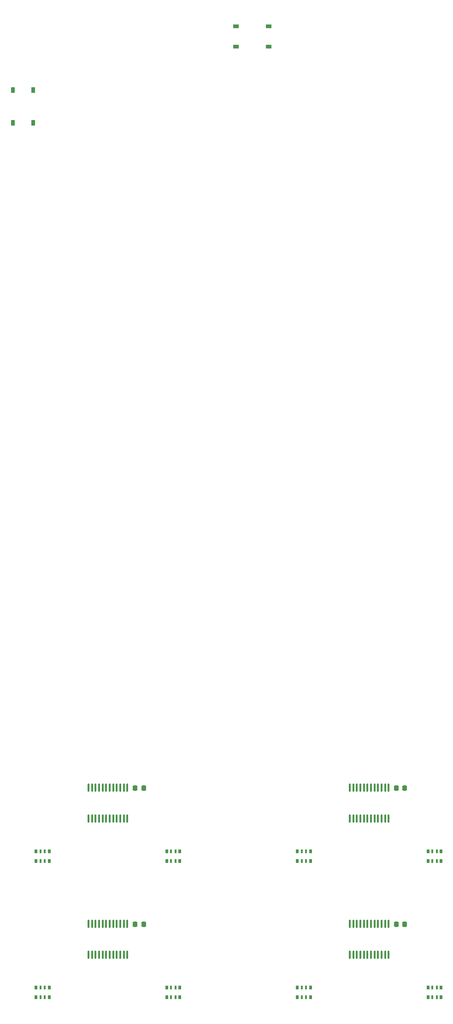
<source format=gbr>
%TF.GenerationSoftware,KiCad,Pcbnew,8.0.7*%
%TF.CreationDate,2025-01-05T21:02:15-05:00*%
%TF.ProjectId,rp2040-programmer-calculator-v2,72703230-3430-42d7-9072-6f6772616d6d,rev?*%
%TF.SameCoordinates,Original*%
%TF.FileFunction,Paste,Bot*%
%TF.FilePolarity,Positive*%
%FSLAX46Y46*%
G04 Gerber Fmt 4.6, Leading zero omitted, Abs format (unit mm)*
G04 Created by KiCad (PCBNEW 8.0.7) date 2025-01-05 21:02:15*
%MOMM*%
%LPD*%
G01*
G04 APERTURE LIST*
G04 Aperture macros list*
%AMRoundRect*
0 Rectangle with rounded corners*
0 $1 Rounding radius*
0 $2 $3 $4 $5 $6 $7 $8 $9 X,Y pos of 4 corners*
0 Add a 4 corners polygon primitive as box body*
4,1,4,$2,$3,$4,$5,$6,$7,$8,$9,$2,$3,0*
0 Add four circle primitives for the rounded corners*
1,1,$1+$1,$2,$3*
1,1,$1+$1,$4,$5*
1,1,$1+$1,$6,$7*
1,1,$1+$1,$8,$9*
0 Add four rect primitives between the rounded corners*
20,1,$1+$1,$2,$3,$4,$5,0*
20,1,$1+$1,$4,$5,$6,$7,0*
20,1,$1+$1,$6,$7,$8,$9,0*
20,1,$1+$1,$8,$9,$2,$3,0*%
G04 Aperture macros list end*
%ADD10R,0.750000X1.000000*%
%ADD11RoundRect,0.100000X0.100000X-0.637500X0.100000X0.637500X-0.100000X0.637500X-0.100000X-0.637500X0*%
%ADD12R,0.500000X0.800000*%
%ADD13R,0.400000X0.800000*%
%ADD14RoundRect,0.225000X-0.225000X-0.250000X0.225000X-0.250000X0.225000X0.250000X-0.225000X0.250000X0*%
%ADD15R,1.000000X0.750000*%
G04 APERTURE END LIST*
D10*
%TO.C,SW64*%
X34782500Y-54935000D03*
X34782500Y-48935000D03*
X31032500Y-54935000D03*
X31032500Y-48935000D03*
%TD*%
D11*
%TO.C,U5*%
X52075000Y-176837501D03*
X51425000Y-176837501D03*
X50775000Y-176837501D03*
X50125000Y-176837501D03*
X49475000Y-176837501D03*
X48825000Y-176837501D03*
X48175000Y-176837501D03*
X47525000Y-176837501D03*
X46875000Y-176837501D03*
X46225000Y-176837501D03*
X45575000Y-176837501D03*
X44925000Y-176837501D03*
X44925000Y-182562501D03*
X45575000Y-182562501D03*
X46225000Y-182562501D03*
X46875000Y-182562501D03*
X47525000Y-182562501D03*
X48175000Y-182562501D03*
X48825000Y-182562501D03*
X49475000Y-182562501D03*
X50125000Y-182562501D03*
X50775000Y-182562501D03*
X51425000Y-182562501D03*
X52075000Y-182562501D03*
%TD*%
%TO.C,U4*%
X100075000Y-176837501D03*
X99425000Y-176837501D03*
X98775000Y-176837501D03*
X98125000Y-176837501D03*
X97475000Y-176837501D03*
X96825000Y-176837501D03*
X96175000Y-176837501D03*
X95525000Y-176837501D03*
X94875000Y-176837501D03*
X94225000Y-176837501D03*
X93575000Y-176837501D03*
X92925000Y-176837501D03*
X92925000Y-182562501D03*
X93575000Y-182562501D03*
X94225000Y-182562501D03*
X94875000Y-182562501D03*
X95525000Y-182562501D03*
X96175000Y-182562501D03*
X96825000Y-182562501D03*
X97475000Y-182562501D03*
X98125000Y-182562501D03*
X98775000Y-182562501D03*
X99425000Y-182562501D03*
X100075000Y-182562501D03*
%TD*%
%TO.C,U3*%
X52075000Y-201837501D03*
X51425000Y-201837501D03*
X50775000Y-201837501D03*
X50125000Y-201837501D03*
X49475000Y-201837501D03*
X48825000Y-201837501D03*
X48175000Y-201837501D03*
X47525000Y-201837501D03*
X46875000Y-201837501D03*
X46225000Y-201837501D03*
X45575000Y-201837501D03*
X44925000Y-201837501D03*
X44925000Y-207562501D03*
X45575000Y-207562501D03*
X46225000Y-207562501D03*
X46875000Y-207562501D03*
X47525000Y-207562501D03*
X48175000Y-207562501D03*
X48825000Y-207562501D03*
X49475000Y-207562501D03*
X50125000Y-207562501D03*
X50775000Y-207562501D03*
X51425000Y-207562501D03*
X52075000Y-207562501D03*
%TD*%
%TO.C,U2*%
X100075000Y-201837501D03*
X99425000Y-201837501D03*
X98775000Y-201837501D03*
X98125000Y-201837501D03*
X97475000Y-201837501D03*
X96825000Y-201837501D03*
X96175000Y-201837501D03*
X95525000Y-201837501D03*
X94875000Y-201837501D03*
X94225000Y-201837501D03*
X93575000Y-201837501D03*
X92925000Y-201837501D03*
X92925000Y-207562501D03*
X93575000Y-207562501D03*
X94225000Y-207562501D03*
X94875000Y-207562501D03*
X95525000Y-207562501D03*
X96175000Y-207562501D03*
X96825000Y-207562501D03*
X97475000Y-207562501D03*
X98125000Y-207562501D03*
X98775000Y-207562501D03*
X99425000Y-207562501D03*
X100075000Y-207562501D03*
%TD*%
D12*
%TO.C,RN8*%
X35300000Y-190350001D03*
D13*
X36100000Y-190350001D03*
X36900000Y-190350001D03*
D12*
X37700000Y-190350001D03*
X37700000Y-188550001D03*
D13*
X36900000Y-188550001D03*
X36100000Y-188550001D03*
D12*
X35300000Y-188550001D03*
%TD*%
%TO.C,RN7*%
X59300000Y-190350001D03*
D13*
X60100000Y-190350001D03*
X60900000Y-190350001D03*
D12*
X61700000Y-190350001D03*
X61700000Y-188550001D03*
D13*
X60900000Y-188550001D03*
X60100000Y-188550001D03*
D12*
X59300000Y-188550001D03*
%TD*%
%TO.C,RN6*%
X83300000Y-190350001D03*
D13*
X84100000Y-190350001D03*
X84900000Y-190350001D03*
D12*
X85700000Y-190350001D03*
X85700000Y-188550001D03*
D13*
X84900000Y-188550001D03*
X84100000Y-188550001D03*
D12*
X83300000Y-188550001D03*
%TD*%
%TO.C,RN5*%
X107300000Y-190350001D03*
D13*
X108100000Y-190350001D03*
X108900000Y-190350001D03*
D12*
X109700000Y-190350001D03*
X109700000Y-188550001D03*
D13*
X108900000Y-188550001D03*
X108100000Y-188550001D03*
D12*
X107300000Y-188550001D03*
%TD*%
%TO.C,RN4*%
X35300000Y-215350001D03*
D13*
X36100000Y-215350001D03*
X36900000Y-215350001D03*
D12*
X37700000Y-215350001D03*
X37700000Y-213550001D03*
D13*
X36900000Y-213550001D03*
X36100000Y-213550001D03*
D12*
X35300000Y-213550001D03*
%TD*%
%TO.C,RN3*%
X59300000Y-215350001D03*
D13*
X60100000Y-215350001D03*
X60900000Y-215350001D03*
D12*
X61700000Y-215350001D03*
X61700000Y-213550001D03*
D13*
X60900000Y-213550001D03*
X60100000Y-213550001D03*
D12*
X59300000Y-213550001D03*
%TD*%
%TO.C,RN2*%
X83300000Y-215350001D03*
D13*
X84100000Y-215350001D03*
X84900000Y-215350001D03*
D12*
X85700000Y-215350001D03*
X85700000Y-213550001D03*
D13*
X84900000Y-213550001D03*
X84100000Y-213550001D03*
D12*
X83300000Y-213550001D03*
%TD*%
%TO.C,RN1*%
X107300000Y-215350001D03*
D13*
X108100000Y-215350001D03*
X108900000Y-215350001D03*
D12*
X109700000Y-215350001D03*
X109700000Y-213550001D03*
D13*
X108900000Y-213550001D03*
X108100000Y-213550001D03*
D12*
X107300000Y-213550001D03*
%TD*%
D14*
%TO.C,C29*%
X55050000Y-176950002D03*
X53500000Y-176950002D03*
%TD*%
%TO.C,C20*%
X103050000Y-176950002D03*
X101500000Y-176950002D03*
%TD*%
%TO.C,C11*%
X55050000Y-201950002D03*
X53500000Y-201950002D03*
%TD*%
%TO.C,C2*%
X103050000Y-201950001D03*
X101500000Y-201950001D03*
%TD*%
D15*
%TO.C,SW1*%
X78000000Y-37250000D03*
X72000000Y-37250000D03*
X78000000Y-41000000D03*
X72000000Y-41000000D03*
%TD*%
M02*

</source>
